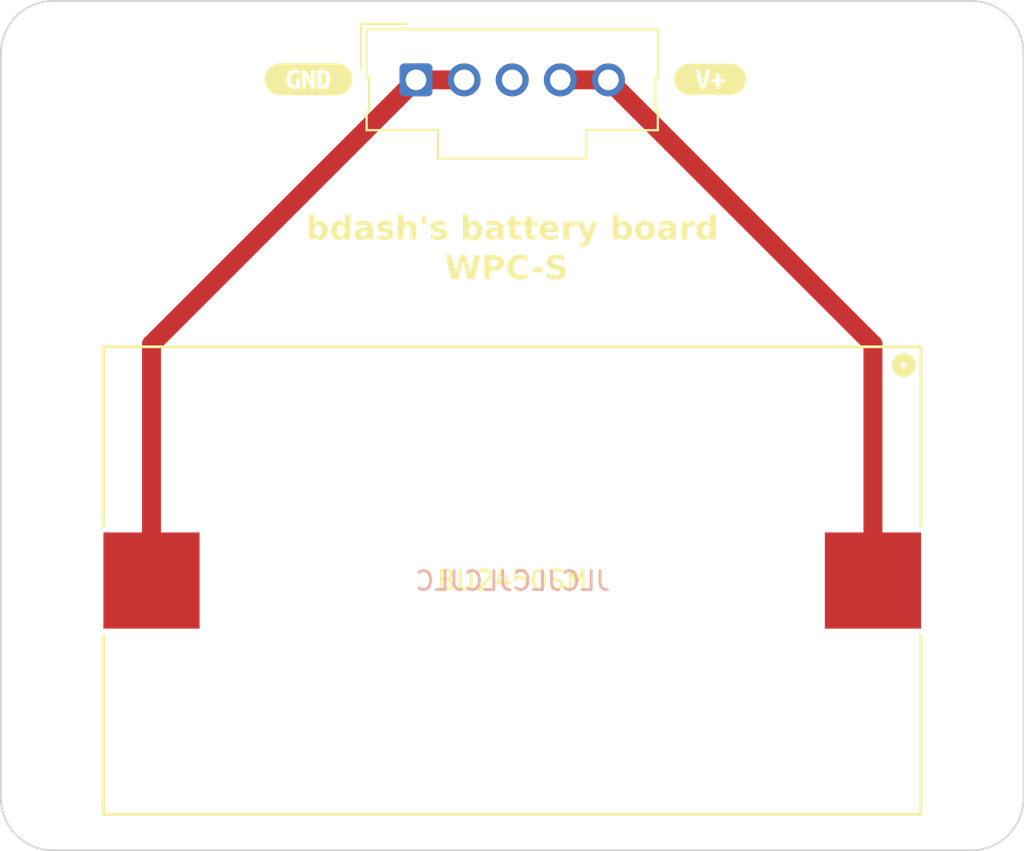
<source format=kicad_pcb>
(kicad_pcb (version 20221018) (generator pcbnew)
  (layers (0 "F.Cu" signal) (31 "B.Cu" signal) (34 "B.Paste" user) (35 "F.Paste" user) (36 "B.SilkS" user "B.Silkscreen") (37 "F.SilkS" user "F.Silkscreen") (38 "B.Mask" user) (39 "F.Mask" user) (44 "Edge.Cuts" user))
  (property "DATE" "")
  (property "VERSION" "")
  (net 0 "")
  (net 2 "/V+")
  (net 3 "/GND")
  (footprint "MountingHole_bdash:MountingHole_4.8mm" (layer "F.Cu") (at 96.5 51.77)
    (fp_text reference "H101" hide)
    (fp_text value "MountingHole" hide)
    (pad "" np_thru_hole circle (at 0 0) (size 4.8 4.8) (drill 4.8) (layers "F&B.Cu" "*.Mask"))
  )
  (footprint "Battery_bdash:BU2450SM-JJ-GTR_MPD" (layer "F.Cu") (at 118.35 70.97 180)
    (fp_text reference "BT101" hide)
    (fp_text value "BU2450SM" (at 0 0.0049 unlocked) (layer "F.SilkS"))
    (fp_line (start -21.5773 -12.3571) (end -21.5773 -2.86784) (stroke (width 0.1524)) (layer "F.SilkS"))
    (fp_line (start -21.5773 2.87764) (end -21.5773 12.3571) (stroke (width 0.1524)) (layer "F.SilkS"))
    (fp_line (start -21.5773 12.3571) (end 21.5773 12.3571) (stroke (width 0.1524)) (layer "F.SilkS"))
    (fp_line (start 21.5773 -12.3571) (end -21.5773 -12.3571) (stroke (width 0.1524)) (layer "F.SilkS"))
    (fp_line (start 21.5773 -2.86784) (end 21.5773 -12.3571) (stroke (width 0.1524)) (layer "F.SilkS"))
    (fp_line (start 21.5773 12.3571) (end 21.5773 2.87764) (stroke (width 0.1524)) (layer "F.SilkS"))
    (fp_circle (center -20.68 11.39) (end -20.299 11.39) (stroke (width 0.508)) (fill none) (layer "F.SilkS"))
    (pad "1" smd rect (at -19.05 0.0049 180) (size 5.08 5.08) (layers "F.Cu" "F.Paste" "F.Mask") (net 2 "/V+"))
    (pad "2" smd rect (at 19.05 0.0049 180) (size 5.08 5.08) (layers "F.Cu" "F.Paste" "F.Mask") (net 3 "/GND"))
  )
  (footprint "kibuzzard-65B0A4FA" (layer "F.Cu") (at 128.8 44.48)
    (fp_text reference "kibuzzard-65B0A4FA" hide)
    (fp_text value "G***" hide)
    (fp_poly (pts (xy -0.751681 -0.82206) (xy -1.08241 -0.82206) (xy -1.162986 -0.818102) (xy -1.242786 -0.806265) (xy -1.321042 -0.786663) (xy -1.396999 -0.759485) (xy -1.469927 -0.724993) (xy -1.539123 -0.683518) (xy -1.60392 -0.635461) (xy -1.663695 -0.581284) (xy -1.717872 -0.52151) (xy -1.765929 -0.456712) (xy -1.807403 -0.387517) (xy -1.841895 -0.314589) (xy -1.869073 -0.238632) (xy -1.888675 -0.160376) (xy -1.900512 -0.080576) (xy -1.904471 0) (xy -1.900512 0.080576) (xy -1.888675 0.160376) (xy -1.869073 0.238632) (xy -1.841895 0.314589) (xy -1.807403 0.387517) (xy -1.765929 0.456712) (xy -1.717872 0.52151) (xy -1.663695 0.581284) (xy -1.60392 0.635461) (xy -1.539123 0.683518) (xy -1.469927 0.724993) (xy -1.396999 0.759485) (xy -1.321042 0.786663) (xy -1.242786 0.806265) (xy -1.162986 0.818102) (xy -1.08241 0.82206) (xy -0.751681 0.82206) (xy -0.477044 0.82206) (xy -0.477044 0.491331) (xy -0.516334 0.37465) (xy -0.558006 0.243681) (xy -0.586052 0.151694) (xy -0.61304 0.059884) (xy -0.638969 -0.03175) (xy -0.663487 -0.12162) (xy -0.686241 -0.208139) (xy -0.707231 -0.291306) (xy -0.733425 -0.402431) (xy -0.751681 -0.491331) (xy -0.545306 -0.491331) (xy -0.5334 -0.40898) (xy -0.516731 -0.314325) (xy -0.496689 -0.211931) (xy -0.474662 -0.106362) (xy -0.45085 0) (xy -0.42545 0.104775) (xy -0.399455 0.203398) (xy -0.373856 0.291306) (xy -0.348456 0.204589) (xy -0.323056 0.106363) (xy -0.29845 0.001588) (xy -0.275431 -0.104775) (xy -0.254 -0.210542) (xy -0.234156 -0.313531) (xy -0.216694 -0.408781) (xy -0.202406 -0.491331) (xy 0.002381 -0.491331) (xy -0.018852 -0.390525) (xy -0.04445 -0.278606) (xy -0.074216 -0.158155) (xy -0.10795 -0.03175) (xy -0.132556 0.055033) (xy -0.15875 0.142875) (xy -0.186531 0.231775) (xy -0.215459 0.320234) (xy -0.245092 0.406753) (xy -0.275431 0.491331) (xy -0.477044 0.491331) (xy -0.477044 0.82206) (xy 0.502444 0.82206) (xy 0.502444 0.431006) (xy 0.334169 0.431006) (xy 0.334169 0.154781) (xy 0.084931 0.154781) (xy 0.084931 -0.005556) (xy 0.334169 -0.005556) (xy 0.334169 -0.281781) (xy 0.502444 -0.281781) (xy 0.502444 -0.005556) (xy 0.751681 -0.005556) (xy 0.751681 0.154781) (xy 0.502444 0.154781) (xy 0.502444 0.431006) (xy 0.502444 0.82206) (xy 0.751681 0.82206) (xy 1.08241 0.82206) (xy 1.162986 0.818102) (xy 1.242786 0.806265) (xy 1.321042 0.786663) (xy 1.396999 0.759485) (xy 1.469927 0.724993) (xy 1.539123 0.683518) (xy 1.60392 0.635461) (xy 1.663695 0.581284) (xy 1.717872 0.52151) (xy 1.765929 0.456712) (xy 1.807403 0.387517) (xy 1.841895 0.314589) (xy 1.869073 0.238632) (xy 1.888675 0.160376) (xy 1.900512 0.080576) (xy 1.904471 0) (xy 1.900512 -0.080576) (xy 1.888675 -0.160376) (xy 1.869073 -0.238632) (xy 1.841895 -0.314589) (xy 1.807403 -0.387517) (xy 1.765929 -0.456712) (xy 1.717872 -0.52151) (xy 1.663695 -0.581284) (xy 1.60392 -0.635461) (xy 1.539123 -0.683518) (xy 1.469927 -0.724993) (xy 1.396999 -0.759485) (xy 1.321042 -0.786663) (xy 1.242786 -0.806265) (xy 1.162986 -0.818102) (xy 1.08241 -0.82206) (xy 0.751681 -0.82206) (xy -0.751681 -0.82206)) (fill solid) (layer "F.SilkS"))
  )
  (footprint "kibuzzard-65B0A4DC" (layer "F.Cu") (at 107.59 44.48)
    (fp_text reference "kibuzzard-65B0A4DC" hide)
    (fp_text value "G***" hide)
    (fp_poly (pts (xy 0.677863 0.333375) (xy 0.695325 0.334962) (xy 0.712788 0.334962) (xy 0.824706 0.309562) (xy 0.897731 0.239712) (xy 0.937419 0.134144) (xy 0.946348 0.070048) (xy 0.949325 0) (xy 0.9398 -0.123825) (xy 0.906463 -0.230188) (xy 0.841375 -0.304006) (xy 0.735013 -0.331788) (xy 0.706438 -0.330994) (xy 0.677863 -0.327025) (xy 0.677863 0.333375)) (fill solid) (layer "F.SilkS"))
    (fp_poly (pts (xy -1.147762 -0.843492) (xy -1.478492 -0.843492) (xy -1.561168 -0.83943) (xy -1.643049 -0.827284) (xy -1.723344 -0.807171) (xy -1.801282 -0.779285) (xy -1.876111 -0.743893) (xy -1.947111 -0.701338) (xy -2.013597 -0.652028) (xy -2.07493 -0.596439) (xy -2.13052 -0.535105) (xy -2.179829 -0.468619) (xy -2.222385 -0.397619) (xy -2.257776 -0.32279) (xy -2.285663 -0.244853) (xy -2.305776 -0.164557) (xy -2.317922 -0.082677) (xy -2.321983 0) (xy -2.317922 0.082677) (xy -2.305776 0.164557) (xy -2.285663 0.244853) (xy -2.257776 0.32279) (xy -2.222385 0.397619) (xy -2.179829 0.468619) (xy -2.13052 0.535105) (xy -2.07493 0.596439) (xy -2.013597 0.652028) (xy -1.947111 0.701338) (xy -1.876111 0.743893) (xy -1.801282 0.779285) (xy -1.723344 0.807171) (xy -1.643049 0.827284) (xy -1.561168 0.83943) (xy -1.478492 0.843492) (xy -1.147762 0.843492) (xy -0.746125 0.843492) (xy -0.746125 0.512762) (xy -0.833636 0.504627) (xy -0.912019 0.480219) (xy -0.98048 0.439737) (xy -1.038225 0.383381) (xy -1.084659 0.31115) (xy -1.119187 0.223044) (xy -1.140619 0.119261) (xy -1.147762 0) (xy -1.139428 -0.11807) (xy -1.114425 -0.221456) (xy -1.075134 -0.309761) (xy -1.023937 -0.382588) (xy -0.961628 -0.439539) (xy -0.889 -0.480219) (xy -0.808434 -0.504627) (xy -0.722312 -0.512763) (xy -0.619919 -0.504031) (xy -0.541337 -0.484188) (xy -0.486569 -0.460375) (xy -0.454025 -0.441325) (xy -0.504825 -0.28575) (xy -0.59055 -0.325438) (xy -0.695325 -0.3429) (xy -0.8128 -0.3175) (xy -0.891381 -0.246856) (xy -0.935831 -0.138906) (xy -0.945952 -0.072827) (xy -0.949325 0) (xy -0.943151 0.107156) (xy -0.924631 0.193675) (xy -0.893762 0.259556) (xy -0.825103 0.322064) (xy -0.73025 0.3429) (xy -0.69215 0.341312) (xy -0.65405 0.33655) (xy -0.65405 -0.022225) (xy -0.458787 -0.022225) (xy -0.458787 0.468312) (xy -0.567531 0.496887) (xy -0.649089 0.508794) (xy -0.746125 0.512762) (xy -0.746125 0.843492) (xy 0.166688 0.843492) (xy 0.166688 0.492125) (xy 0.120915 0.383205) (xy 0.072496 0.274461) (xy 0.021431 0.165894) (xy -0.032279 0.057326) (xy -0.088635 -0.051417) (xy -0.147637 -0.160338) (xy -0.147637 0.492125) (xy -0.32385 0.492125) (xy -0.32385 -0.490538) (xy -0.166687 -0.490538) (xy -0.122237 -0.417711) (xy -0.077787 -0.338931) (xy -0.033933 -0.257373) (xy 0.008731 -0.176213) (xy 0.049213 -0.096441) (xy 0.086519 -0.01905) (xy 0.119658 0.052387) (xy 0.147638 0.1143) (xy 0.147638 -0.490538) (xy 0.32385 -0.490538) (xy 0.32385 0.492125) (xy 0.166688 0.492125) (xy 0.166688 0.843492) (xy 0.69215 0.843492) (xy 0.69215 0.504825) (xy 0.589756 0.499269) (xy 0.4826 0.481012) (xy 0.4826 -0.477838) (xy 0.608013 -0.496888) (xy 0.71755 -0.50165) (xy 0.81022 -0.494506) (xy 0.894556 -0.473075) (xy 0.968573 -0.436364) (xy 1.030288 -0.383381) (xy 1.079698 -0.313928) (xy 1.116806 -0.227806) (xy 1.140023 -0.123627) (xy 1.147763 0) (xy 1.13923 0.126405) (xy 1.113631 0.232569) (xy 1.072952 0.319683) (xy 1.019175 0.388937) (xy 0.953095 0.441127) (xy 0.875506 0.477044) (xy 0.787995 0.49788) (xy 0.69215 0.504825) (xy 0.69215 0.843492) (xy 1.147763 0.843492) (xy 1.478492 0.843492) (xy 1.561168 0.83943) (xy 1.643049 0.827284) (xy 1.723344 0.807171) (xy 1.801282 0.779285) (xy 1.876111 0.743893) (xy 1.947111 0.701338) (xy 2.013597 0.652028) (xy 2.07493 0.596439) (xy 2.13052 0.535105) (xy 2.179829 0.468619) (xy 2.222385 0.397619) (xy 2.257776 0.32279) (xy 2.285663 0.244853) (xy 2.305776 0.164557) (xy 2.317922 0.082677) (xy 2.321983 0) (xy 2.317922 -0.082677) (xy 2.305776 -0.164557) (xy 2.285663 -0.244853) (xy 2.257776 -0.32279) (xy 2.222385 -0.397619) (xy 2.179829 -0.468619) (xy 2.13052 -0.535105) (xy 2.07493 -0.596439) (xy 2.013597 -0.652028) (xy 1.947111 -0.701338) (xy 1.876111 -0.743893) (xy 1.801282 -0.779285) (xy 1.723344 -0.807171) (xy 1.643049 -0.827284) (xy 1.561168 -0.83943) (xy 1.478492 -0.843492) (xy 1.147763 -0.843492) (xy -1.147762 -0.843492)) (fill solid) (layer "F.SilkS"))
  )
  (footprint "MountingHole_bdash:MountingHole_4.8mm" (layer "F.Cu") (at 140.3 51.77)
    (fp_text reference "H102" hide)
    (fp_text value "MountingHole" hide)
    (pad "" np_thru_hole circle (at 0 0) (size 4.8 4.8) (drill 4.8) (layers "F&B.Cu" "*.Mask"))
  )
  (footprint "Connector_Molex_bdash:Molex_SL_171971-0005_1x05_P2.54mm_Vertical" (layer "F.Cu") (at 113.27 44.51)
    (fp_text reference "J101" hide)
    (fp_text value "Conn_01x05")
    (fp_line (start -2.91 -2.96) (end -0.5 -2.96) (stroke (width 0.12)) (layer "F.SilkS"))
    (fp_line (start -2.91 -0.55) (end -2.91 -2.96) (stroke (width 0.12)) (layer "F.SilkS"))
    (fp_line (start -2.61 -2.66) (end -2.61 -0.13) (stroke (width 0.12)) (layer "F.SilkS"))
    (fp_line (start -2.61 -0.13) (end -2.48 -0.13) (stroke (width 0.12)) (layer "F.SilkS"))
    (fp_line (start -2.61 1.68) (end -2.61 2.66) (stroke (width 0.12)) (layer "F.SilkS"))
    (fp_line (start -2.61 2.66) (end 1.16 2.66) (stroke (width 0.12)) (layer "F.SilkS"))
    (fp_line (start -2.48 -0.13) (end -2.48 1.68) (stroke (width 0.12)) (layer "F.SilkS"))
    (fp_line (start -2.48 1.68) (end -2.61 1.68) (stroke (width 0.12)) (layer "F.SilkS"))
    (fp_line (start 1.16 2.66) (end 1.16 4.16) (stroke (width 0.12)) (layer "F.SilkS"))
    (fp_line (start 1.16 4.16) (end 9 4.16) (stroke (width 0.12)) (layer "F.SilkS"))
    (fp_line (start 9 2.66) (end 12.77 2.66) (stroke (width 0.12)) (layer "F.SilkS"))
    (fp_line (start 9 4.16) (end 9 2.66) (stroke (width 0.12)) (layer "F.SilkS"))
    (fp_line (start 12.64 -0.13) (end 12.77 -0.13) (stroke (width 0.12)) (layer "F.SilkS"))
    (fp_line (start 12.64 1.68) (end 12.64 -0.13) (stroke (width 0.12)) (layer "F.SilkS"))
    (fp_line (start 12.77 -2.66) (end -2.61 -2.66) (stroke (width 0.12)) (layer "F.SilkS"))
    (fp_line (start 12.77 -0.13) (end 12.77 -2.66) (stroke (width 0.12)) (layer "F.SilkS"))
    (fp_line (start 12.77 1.68) (end 12.64 1.68) (stroke (width 0.12)) (layer "F.SilkS"))
    (fp_line (start 12.77 2.66) (end 12.77 1.68) (stroke (width 0.12)) (layer "F.SilkS"))
    (pad "1" thru_hole roundrect (at 0 0) (size 1.74 1.74) (drill 1.09) (layers "*.Cu" "*.Mask") (roundrect_rratio 0.143678) (net 3 "/GND"))
    (pad "2" thru_hole circle (at 2.54 0) (size 1.74 1.74) (drill 1.09) (layers "*.Cu" "*.Mask") (net 3 "/GND"))
    (pad "3" thru_hole circle (at 5.08 0) (size 1.74 1.74) (drill 1.09) (layers "*.Cu" "*.Mask"))
    (pad "4" thru_hole circle (at 7.62 0) (size 1.74 1.74) (drill 1.09) (layers "*.Cu" "*.Mask") (net 2 "/V+"))
    (pad "5" thru_hole circle (at 10.16 0) (size 1.74 1.74) (drill 1.09) (layers "*.Cu" "*.Mask") (net 2 "/V+"))
  )
  (gr_arc (start 94.1 85.22) (mid 92.155456 84.414544) (end 91.35 82.47) (stroke (width 0.1)) (layer "Edge.Cuts"))
  (gr_arc (start 145.35 82.47) (mid 144.544544 84.414544) (end 142.6 85.22) (stroke (width 0.1)) (layer "Edge.Cuts"))
  (gr_line (start 94.1 40.34) (end 142.6 40.34) (stroke (width 0.1)) (layer "Edge.Cuts"))
  (gr_line (start 91.35 82.47) (end 91.35 43.09) (stroke (width 0.1)) (layer "Edge.Cuts"))
  (gr_arc (start 142.6 40.34) (mid 144.544544 41.145456) (end 145.35 43.09) (stroke (width 0.1)) (layer "Edge.Cuts"))
  (gr_line (start 145.35 43.09) (end 145.35 82.47) (stroke (width 0.1)) (layer "Edge.Cuts"))
  (gr_arc (start 91.35 43.09) (mid 92.155456 41.145456) (end 94.1 40.34) (stroke (width 0.1)) (layer "Edge.Cuts"))
  (gr_line (start 142.6 85.22) (end 94.1 85.22) (stroke (width 0.1)) (layer "Edge.Cuts"))
  (gr_text "JLCJLCJLCJLC" (at 123.617858 71.57175) (layer "B.SilkS") (effects (font (size 1 1)) (justify left bottom mirror)))
  (gr_text "bdash's battery board\nWPC-S ${VERSION}" (at 118.35 55.26) (layer "F.SilkS") (effects (font (size 1.25 1.25) (thickness 0.25) bold) (justify bottom)))
  (segment (start 137.4 58.48) (end 123.43 44.51) (width 1) (layer "F.Cu") (net 2))
  (segment (start 123.43 44.51) (end 120.89 44.51) (width 1) (layer "F.Cu") (net 2))
  (segment (start 137.4 72.84) (end 137.4 58.48) (width 1) (layer "F.Cu") (net 2))
  (segment (start 99.3 58.48) (end 113.27 44.51) (width 1) (layer "F.Cu") (net 3))
  (segment (start 113.27 44.51) (end 115.81 44.51) (width 1) (layer "F.Cu") (net 3))
  (segment (start 99.3 72.84) (end 99.3 58.48) (width 1) (layer "F.Cu") (net 3))
)
</source>
